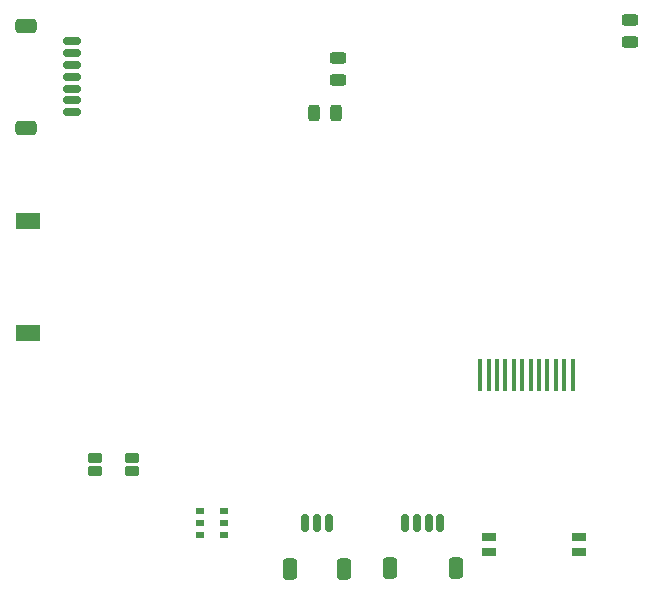
<source format=gbr>
%TF.GenerationSoftware,KiCad,Pcbnew,7.0.1*%
%TF.CreationDate,2023-04-07T20:32:22+02:00*%
%TF.ProjectId,ESP32 S3 MCU Socket,45535033-3220-4533-9320-4d435520536f,rev?*%
%TF.SameCoordinates,Original*%
%TF.FileFunction,Paste,Bot*%
%TF.FilePolarity,Positive*%
%FSLAX46Y46*%
G04 Gerber Fmt 4.6, Leading zero omitted, Abs format (unit mm)*
G04 Created by KiCad (PCBNEW 7.0.1) date 2023-04-07 20:32:22*
%MOMM*%
%LPD*%
G01*
G04 APERTURE LIST*
G04 Aperture macros list*
%AMRoundRect*
0 Rectangle with rounded corners*
0 $1 Rounding radius*
0 $2 $3 $4 $5 $6 $7 $8 $9 X,Y pos of 4 corners*
0 Add a 4 corners polygon primitive as box body*
4,1,4,$2,$3,$4,$5,$6,$7,$8,$9,$2,$3,0*
0 Add four circle primitives for the rounded corners*
1,1,$1+$1,$2,$3*
1,1,$1+$1,$4,$5*
1,1,$1+$1,$6,$7*
1,1,$1+$1,$8,$9*
0 Add four rect primitives between the rounded corners*
20,1,$1+$1,$2,$3,$4,$5,0*
20,1,$1+$1,$4,$5,$6,$7,0*
20,1,$1+$1,$6,$7,$8,$9,0*
20,1,$1+$1,$8,$9,$2,$3,0*%
G04 Aperture macros list end*
%ADD10RoundRect,0.037100X0.317900X0.227900X-0.317900X0.227900X-0.317900X-0.227900X0.317900X-0.227900X0*%
%ADD11RoundRect,0.150000X0.150000X0.625000X-0.150000X0.625000X-0.150000X-0.625000X0.150000X-0.625000X0*%
%ADD12RoundRect,0.250000X0.350000X0.650000X-0.350000X0.650000X-0.350000X-0.650000X0.350000X-0.650000X0*%
%ADD13R,2.100000X1.400000*%
%ADD14R,0.300000X2.800000*%
%ADD15RoundRect,0.150000X0.625000X-0.150000X0.625000X0.150000X-0.625000X0.150000X-0.625000X-0.150000X0*%
%ADD16RoundRect,0.250000X0.650000X-0.350000X0.650000X0.350000X-0.650000X0.350000X-0.650000X-0.350000X0*%
%ADD17RoundRect,0.243750X0.456250X-0.243750X0.456250X0.243750X-0.456250X0.243750X-0.456250X-0.243750X0*%
%ADD18R,1.270000X0.760000*%
%ADD19RoundRect,0.124800X0.475200X0.275200X-0.475200X0.275200X-0.475200X-0.275200X0.475200X-0.275200X0*%
%ADD20RoundRect,0.243750X-0.243750X-0.456250X0.243750X-0.456250X0.243750X0.456250X-0.243750X0.456250X0*%
G04 APERTURE END LIST*
D10*
%TO.C,U3*%
X138970000Y-114120000D03*
X138970000Y-115120000D03*
X138970000Y-116120000D03*
X137000000Y-116120000D03*
X137000000Y-115120000D03*
X137000000Y-114120000D03*
%TD*%
D11*
%TO.C,I2C_PLUG1*%
X157320000Y-115100000D03*
X156320000Y-115100000D03*
X155320000Y-115100000D03*
X154320000Y-115100000D03*
D12*
X158620000Y-118975000D03*
X153020000Y-118975000D03*
%TD*%
D11*
%TO.C,ExtSW1*%
X147850000Y-115165000D03*
X146850000Y-115165000D03*
X145850000Y-115165000D03*
D12*
X149150000Y-119040000D03*
X144550000Y-119040000D03*
%TD*%
D13*
%TO.C,ANT1*%
X122430000Y-99020000D03*
X122430000Y-89520000D03*
%TD*%
D14*
%TO.C,LCD1*%
X160705000Y-102595000D03*
X161415000Y-102600000D03*
X162125000Y-102600000D03*
X162835000Y-102595000D03*
X163545000Y-102600000D03*
X164260000Y-102595000D03*
X164970000Y-102595000D03*
X165680000Y-102595000D03*
X166390000Y-102590000D03*
X167100000Y-102595000D03*
X167810000Y-102595000D03*
X168520000Y-102595000D03*
%TD*%
D15*
%TO.C,J2*%
X126130000Y-80350000D03*
X126130000Y-79350000D03*
X126130000Y-78350000D03*
X126130000Y-77350000D03*
X126130000Y-76350000D03*
X126130000Y-75350000D03*
X126130000Y-74350000D03*
D16*
X122255000Y-81650000D03*
X122255000Y-73050000D03*
%TD*%
D17*
%TO.C,PWR-LED1*%
X173370000Y-74417500D03*
X173370000Y-72542500D03*
%TD*%
%TO.C,CH-TX-RED1*%
X148650000Y-77657500D03*
X148650000Y-75782500D03*
%TD*%
D18*
%TO.C,SW1*%
X161480000Y-117615000D03*
X161480000Y-116345000D03*
X169100000Y-116345000D03*
X169100000Y-117615000D03*
%TD*%
D19*
%TO.C,LED1*%
X131240000Y-110750000D03*
X128060000Y-110760000D03*
X131240000Y-109610000D03*
X128050000Y-109640000D03*
%TD*%
D20*
%TO.C,CH-RX-LED1*%
X146610000Y-80410000D03*
X148485000Y-80410000D03*
%TD*%
M02*

</source>
